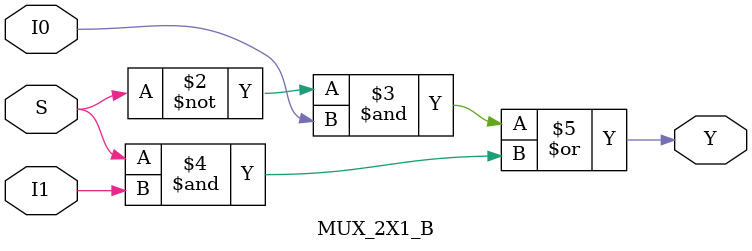
<source format=v>
module MUX_2X1_G(
  input I0,I1,S,
  output Y
  );
  
  wire w1,w2,w3;
  
  not n1(w1,S);
  and a1(w2,I0,w1);
  and a2(w3,I1,S);
  or r1(Y,w2,w3);
  
endmodule
  

//Dataflow modeling
module MUX_2X1_D(
  input I0,I1,S,
  output Y
);
  
  assign Y =~S&I0|S&I1;
  
endmodule
  

//Behavioural modeling
module MUX_2X1_B(
  input I0,I1,S,
  output reg Y
);
  
  always @(*) begin
    Y=~S&I0|S&I1; 
    //Y= S?I1:I0;
  end
endmodule
</source>
